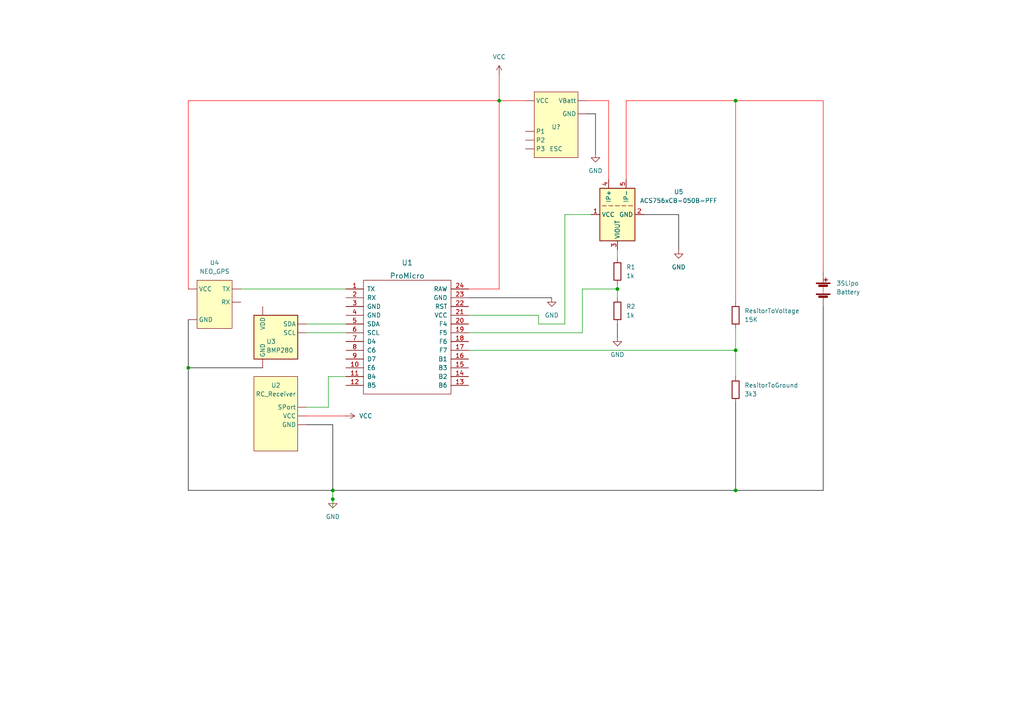
<source format=kicad_sch>
(kicad_sch (version 20211123) (generator eeschema)
  (paper "A4")
  (title_block (title "Example Configuration") (date "2024-02-14") (rev "1.0"))
  (lib_symbols
    (symbol "Device:Battery" (pin_numbers hide) (pin_names (offset 0) hide)
      (property "Reference" "BT" (at 2.54 2.54 0))
      (property "Value" "Battery" (at 2.54 0 0))
      (symbol "Battery_0_1"
        (rectangle (start -2.032 -1.397) (end 2.032 -1.651) (fill (type outline)))
        (rectangle (start -2.032 1.778) (end 2.032 1.524) (fill (type outline)))
        (rectangle (start -1.3208 -1.9812) (end 1.27 -2.4892) (fill (type outline)))
        (rectangle (start -1.3208 1.1938) (end 1.27 0.6858) (fill (type outline)))
        (polyline (pts (xy 0 -1.524) (xy 0 -1.27)))
        (polyline (pts (xy 0 -1.016) (xy 0 -0.762)))
        (polyline (pts (xy 0 -0.508) (xy 0 -0.254)))
        (polyline (pts (xy 0 0) (xy 0 0.254)))
        (polyline (pts (xy 0 0.508) (xy 0 0.762)))
        (polyline (pts (xy 0 1.778) (xy 0 2.54)))
        (polyline (pts (xy 0.254 2.667) (xy 1.27 2.667)) (stroke (width 0.254)))
        (polyline (pts (xy 0.762 3.175) (xy 0.762 2.159)) (stroke (width 0.254)))
      )
      (symbol "Battery_1_1"
        (pin passive line (at 0 5.08 270) (length 2.54) (name "+") (number "1"))
        (pin passive line (at 0 -5.08 90) (length 2.54) (name "-") (number "2"))
      )
    )
    (symbol "Device:R" (pin_numbers hide) (pin_names (offset 0))
      (property "Reference" "R" (at 2.032 0 90))
      (property "Value" "R" (at 0 0 90))
      (symbol "R_0_1"
        (rectangle (start -1.016 -2.54) (end 1.016 2.54) (stroke (width 0.254)))
      )
      (symbol "R_1_1"
        (pin passive line (at 0 3.81 270) (length 1.27) (name "~") (number "1"))
        (pin passive line (at 0 -3.81 90) (length 1.27) (name "~") (number "2"))
      )
    )
    (symbol "NewSymbols:ESC"
      (property "Reference" "U?" (at 0 0 0))
      (property "Value" "ESC" (at 0 -6.35 0))
      (symbol "ESC_0_1"
        (rectangle (start -6.35 10.16) (end 6.35 -8.89) (fill (type background)))
      )
      (symbol "ESC_1_1"
        (pin free line (at 8.89 3.81 180) (length 2.54) (name "GND") (number ""))
        (pin free line (at -8.89 -1.27 0) (length 2.54) (name "P1") (number ""))
        (pin free line (at -8.89 -3.81 0) (length 2.54) (name "P2") (number ""))
        (pin free line (at -8.89 -6.35 0) (length 2.54) (name "P3") (number ""))
        (pin free line (at 8.89 7.62 180) (length 2.54) (name "VBatt") (number ""))
        (pin free line (at -8.89 7.62 0) (length 2.54) (name "VCC") (number ""))
      )
    )
    (symbol "NewSymbols:NEO_GPS"
      (property "Reference" "U2" (at -1.27 3.81 0))
      (property "Value" "NEO_GPS" (at 0 1.27 0))
      (symbol "NEO_GPS_0_1"
        (rectangle (start -5.08 10.16) (end 5.08 -3.81) (fill (type background)))
      )
      (symbol "NEO_GPS_1_1"
        (pin free line (at -7.62 -1.27 0) (length 2.54) (name "GND") (number ""))
        (pin input line (at 7.62 3.81 180) (length 2.54) (name "RX") (number ""))
        (pin output line (at 7.62 7.62 180) (length 2.54) (name "TX") (number ""))
        (pin free line (at -7.62 7.62 0) (length 2.54) (name "VCC") (number ""))
      )
    )
    (symbol "NewSymbols:RC_Receiver"
      (property "Reference" "U2" (at 0 8.89 0))
      (property "Value" "RC_Receiver" (at 0 6.35 0))
      (symbol "RC_Receiver_0_1"
        (rectangle (start -6.35 11.43) (end 6.35 -10.16) (fill (type background)))
      )
      (symbol "RC_Receiver_1_1"
        (pin free line (at 8.89 -2.54 180) (length 2.54) (name "GND") (number ""))
        (pin free line (at 8.89 2.54 180) (length 2.54) (name "SPort") (number ""))
        (pin free line (at 8.89 0 180) (length 2.54) (name "VCC") (number ""))
      )
    )
    (symbol "PrMicro:ProMicro" (pin_names (offset 1.016))
      (property "Reference" "U" (at 0 24.13 0))
      (property "Value" "ProMicro" (at 0 -13.97 0))
      (symbol "ProMicro_0_1"
        (rectangle (start -12.7 21.59) (end 12.7 -11.43))
      )
      (symbol "ProMicro_1_1"
        (pin bidirectional line (at -17.78 19.05 0) (length 5.08) (name "TX") (number "1"))
        (pin bidirectional line (at -17.78 -3.81 0) (length 5.08) (name "E6") (number "10") (alternate "" input line))
        (pin bidirectional line (at -17.78 -6.35 0) (length 5.08) (name "B4") (number "11") (alternate "" input line) (alternate "" input line) (alternate "" input line))
        (pin bidirectional line (at -17.78 -8.89 0) (length 5.08) (name "B5") (number "12") (alternate "" input line))
        (pin bidirectional line (at 17.78 -8.89 180) (length 5.08) (name "B6") (number "13") (alternate "" input line))
        (pin bidirectional line (at 17.78 -6.35 180) (length 5.08) (name "B2") (number "14") (alternate "" input line))
        (pin bidirectional line (at 17.78 -3.81 180) (length 5.08) (name "B3") (number "15") (alternate "" input line))
        (pin bidirectional line (at 17.78 -1.27 180) (length 5.08) (name "B1") (number "16") (alternate "" input line))
        (pin bidirectional line (at 17.78 1.27 180) (length 5.08) (name "F7") (number "17") (alternate "" input line) (alternate "" input line) (alternate "" input line) (alternate "" input line))
        (pin bidirectional line (at 17.78 3.81 180) (length 5.08) (name "F6") (number "18") (alternate "" input line) (alternate "" input line))
        (pin bidirectional line (at 17.78 6.35 180) (length 5.08) (name "F5") (number "19") (alternate "" input line) (alternate "" input line) (alternate "" input line))
        (pin bidirectional line (at -17.78 16.51 0) (length 5.08) (name "RX") (number "2"))
        (pin bidirectional line (at 17.78 8.89 180) (length 5.08) (name "F4") (number "20") (alternate "" input line) (alternate "" input line))
        (pin power_in line (at 17.78 11.43 180) (length 5.08) (name "VCC") (number "21") (alternate "" input line) (alternate "" input line))
        (pin input line (at 17.78 13.97 180) (length 5.08) (name "RST") (number "22") (alternate "" input line) (alternate "" input line))
        (pin power_in line (at 17.78 16.51 180) (length 5.08) (name "GND") (number "23") (alternate "" input line) (alternate "" input line))
        (pin power_out line (at 17.78 19.05 180) (length 5.08) (name "RAW") (number "24") (alternate "" input line) (alternate "" input line))
        (pin power_in line (at -17.78 13.97 0) (length 5.08) (name "GND") (number "3"))
        (pin power_in line (at -17.78 11.43 0) (length 5.08) (name "GND") (number "4"))
        (pin bidirectional line (at -17.78 8.89 0) (length 5.08) (name "SDA") (number "5") (alternate "" input line) (alternate "" input line))
        (pin bidirectional line (at -17.78 6.35 0) (length 5.08) (name "SCL") (number "6") (alternate "" input line) (alternate "" input line))
        (pin bidirectional line (at -17.78 3.81 0) (length 5.08) (name "D4") (number "7") (alternate "" input line))
        (pin bidirectional line (at -17.78 1.27 0) (length 5.08) (name "C6") (number "8") (alternate "" input line))
        (pin bidirectional line (at -17.78 -1.27 0) (length 5.08) (name "D7") (number "9") (alternate "" input line))
      )
    )
    (symbol "Sensor_Current:ACS756xCB-050B-PFF"
      (property "Reference" "U" (at -7.62 6.35 0))
      (property "Value" "ACS756xCB-050B-PFF" (at 2.54 6.35 0))
      (symbol "ACS756xCB-050B-PFF_0_1"
        (rectangle (start -7.62 5.08) (end 7.62 -5.08) (stroke (width 0.254)) (fill (type background)))
        (polyline (pts (xy -2.54 -3.175) (xy -2.54 -4.445)))
        (polyline (pts (xy -2.54 -1.27) (xy -2.54 -2.54)))
        (polyline (pts (xy -2.54 0.635) (xy -2.54 -0.635)))
        (polyline (pts (xy -2.54 1.27) (xy -2.54 2.54)))
        (polyline (pts (xy -2.54 3.175) (xy -2.54 4.445)))
      )
      (symbol "ACS756xCB-050B-PFF_1_1"
        (pin power_in line (at 0 7.62 270) (length 2.54) (name "VCC") (number "1"))
        (pin power_in line (at 0 -7.62 90) (length 2.54) (name "GND") (number "2"))
        (pin output line (at 10.16 0 180) (length 2.54) (name "VIOUT") (number "3"))
        (pin passive line (at -10.16 2.54 0) (length 2.54) (name "IP+") (number "4") (alternate "" input line) (alternate "" input line))
        (pin passive line (at -10.16 -2.54 0) (length 2.54) (name "IP-") (number "5") (alternate "" input line) (alternate "" input line))
      )
    )
    (symbol "Sensor_Pressure:BMP280"
      (property "Reference" "U1" (at 0 0 0))
      (property "Value" "BMP280" (at -5.08 -2.54 0))
      (symbol "BMP280_0_1"
        (rectangle (start -6.35 -5.08) (end 6.35 7.62) (stroke (width 0.254)) (fill (type background)))
      )
      (symbol "BMP280_1_1"
        (pin power_in line (at 3.81 -7.62 90) (length 2.54) (name "GND") (number ""))
        (pin free line (at -8.89 2.54 0) (length 2.54) (name "SCL") (number ""))
        (pin free line (at -8.89 5.08 0) (length 2.54) (name "SDA") (number ""))
        (pin power_in line (at 3.81 10.16 270) (length 2.54) (name "VDD") (number ""))
      )
    )
    (symbol "power:GND" (power) (pin_names (offset 0))
      (property "Value" "GND" (at 0 -3.81 0))
      (symbol "GND_0_1"
        (polyline (pts (xy 0 0) (xy 0 -1.27) (xy 1.27 -1.27) (xy 0 -2.54) (xy -1.27 -1.27) (xy 0 -1.27)))
      )
      (symbol "GND_1_1"
        (pin power_in line (at 0 0 270) (length 0) hide (name "GND") (number "1"))
      )
    )
    (symbol "power:VCC" (power) (pin_names (offset 0))
      (property "Value" "VCC" (at 0 3.81 0))
      (symbol "VCC_0_1"
        (polyline (pts (xy -0.762 1.27) (xy 0 2.54)))
        (polyline (pts (xy 0 0) (xy 0 2.54)))
        (polyline (pts (xy 0 2.54) (xy 0.762 1.27)))
      )
      (symbol "VCC_1_1"
        (pin power_in line (at 0 0 90) (length 0) hide (name "VCC") (number "1"))
      )
    )
  )
  (junction (at 179.07 83.82))
  (junction (at 144.78 29.21))
  (junction (at 96.52 142.24))
  (junction (at 213.36 142.24))
  (junction (at 54.61 106.68))
  (junction (at 213.36 29.21))
  (junction (at 213.36 101.6))
  (junction (at 96.52 144.78))
  (wire (pts (xy 135.89 96.52) (xy 168.91 96.52)))
  (wire (pts (xy 179.07 93.98) (xy 179.07 97.79)) (stroke (width 0) (color 0 0 0 1)))
  (wire (pts (xy 96.52 123.19) (xy 96.52 142.24)) (stroke (width 0) (color 0 0 0 1)))
  (wire (pts (xy 196.85 62.23) (xy 196.85 72.39)) (stroke (width 0) (color 0 0 0 1)))
  (wire (pts (xy 170.18 29.21) (xy 176.53 29.21)) (stroke (width 0) (color 255 0 0 1)))
  (wire (pts (xy 100.33 120.65) (xy 88.9 120.65)) (stroke (width 0) (color 255 0 0 1)))
  (wire (pts (xy 76.2 106.68) (xy 54.61 106.68)) (stroke (width 0) (color 0 0 0 1)))
  (wire (pts (xy 170.18 33.02) (xy 172.72 33.02)) (stroke (width 0) (color 0 0 0 1)))
  (wire (pts (xy 179.07 83.82) (xy 168.91 83.82)))
  (wire (pts (xy 181.61 29.21) (xy 213.36 29.21)) (stroke (width 0) (color 255 0 0 1)))
  (wire (pts (xy 213.36 116.84) (xy 213.36 142.24)) (stroke (width 0) (color 0 0 0 1)))
  (wire (pts (xy 163.83 93.98) (xy 163.83 62.23)))
  (wire (pts (xy 213.36 29.21) (xy 213.36 87.63)) (stroke (width 0) (color 255 0 0 1)))
  (wire (pts (xy 54.61 92.71) (xy 54.61 106.68)) (stroke (width 0) (color 0 0 0 1)))
  (wire (pts (xy 172.72 33.02) (xy 172.72 44.45)) (stroke (width 0) (color 0 0 0 1)))
  (wire (pts (xy 156.21 91.44) (xy 156.21 93.98)))
  (wire (pts (xy 156.21 93.98) (xy 163.83 93.98)))
  (wire (pts (xy 95.25 118.11) (xy 88.9 118.11)))
  (wire (pts (xy 100.33 93.98) (xy 88.9 93.98)))
  (wire (pts (xy 54.61 29.21) (xy 54.61 83.82)) (stroke (width 0) (color 255 0 0 1)))
  (wire (pts (xy 181.61 29.21) (xy 181.61 52.07)) (stroke (width 0) (color 255 0 0 1)))
  (wire (pts (xy 179.07 83.82) (xy 179.07 86.36)))
  (wire (pts (xy 176.53 29.21) (xy 176.53 52.07)) (stroke (width 0) (color 255 0 0 1)))
  (wire (pts (xy 88.9 96.52) (xy 100.33 96.52)))
  (wire (pts (xy 144.78 29.21) (xy 144.78 83.82)) (stroke (width 0) (color 255 0 0 1)))
  (wire (pts (xy 144.78 29.21) (xy 144.78 21.59)) (stroke (width 0) (color 255 0 0 1)))
  (wire (pts (xy 135.89 91.44) (xy 156.21 91.44)))
  (wire (pts (xy 54.61 106.68) (xy 54.61 142.24)) (stroke (width 0) (color 0 0 0 1)))
  (wire (pts (xy 135.89 101.6) (xy 213.36 101.6)))
  (wire (pts (xy 144.78 83.82) (xy 135.89 83.82)) (stroke (width 0) (color 255 0 0 1)))
  (wire (pts (xy 213.36 109.22) (xy 213.36 101.6)))
  (wire (pts (xy 163.83 62.23) (xy 171.45 62.23)))
  (wire (pts (xy 95.25 118.11) (xy 95.25 109.22)))
  (wire (pts (xy 186.69 62.23) (xy 196.85 62.23)) (stroke (width 0) (color 0 0 0 1)))
  (wire (pts (xy 179.07 82.55) (xy 179.07 83.82)))
  (wire (pts (xy 95.25 109.22) (xy 100.33 109.22)))
  (wire (pts (xy 54.61 142.24) (xy 96.52 142.24)) (stroke (width 0) (color 0 0 0 1)))
  (wire (pts (xy 96.52 142.24) (xy 96.52 144.78)))
  (wire (pts (xy 238.76 29.21) (xy 238.76 78.74)) (stroke (width 0) (color 255 0 0 1)))
  (wire (pts (xy 135.89 86.36) (xy 160.02 86.36)) (stroke (width 0) (color 0 0 0 1)))
  (wire (pts (xy 168.91 83.82) (xy 168.91 96.52)))
  (wire (pts (xy 238.76 88.9) (xy 238.76 142.24)) (stroke (width 0) (color 0 0 0 1)))
  (wire (pts (xy 213.36 142.24) (xy 96.52 142.24)) (stroke (width 0) (color 0 0 0 1)))
  (wire (pts (xy 144.78 29.21) (xy 54.61 29.21)) (stroke (width 0) (color 255 0 0 1)))
  (wire (pts (xy 213.36 29.21) (xy 238.76 29.21)) (stroke (width 0) (color 255 0 0 1)))
  (wire (pts (xy 144.78 29.21) (xy 152.4 29.21)) (stroke (width 0) (color 255 0 0 1)))
  (wire (pts (xy 88.9 123.19) (xy 96.52 123.19)) (stroke (width 0) (color 0 0 0 1)))
  (wire (pts (xy 238.76 142.24) (xy 213.36 142.24)) (stroke (width 0) (color 0 0 0 1)))
  (wire (pts (xy 213.36 95.25) (xy 213.36 101.6)))
  (wire (pts (xy 69.85 83.82) (xy 100.33 83.82)))
  (wire (pts (xy 179.07 72.39) (xy 179.07 74.93)))
  (wire (pts (xy 96.52 144.78) (xy 96.52 147.32)))
  (symbol (lib_id "Sensor_Pressure:BMP280") (at 80.01 99.06 0) (mirror y) (unit 1)
    (property "Reference" "U3" (at 80.01 99.06 0) (effects (justify left)))
    (property "Value" "BMP280" (at 85.09 101.6 0) (effects (justify left)))
    (property "Footprint" "Package_LGA:Bosch_LGA-8_2x2.5mm_P0.65mm_ClockwisePinNumbering" (effects hide))
    (property "Datasheet" "https://ae-bst.resource.bosch.com/media/_tech/media/datasheets/BST-BMP280-DS001.pdf" (effects hide))
  )
  (symbol (lib_id "Device:R") (at 213.36 91.44 0) (unit 1)
    (property "Reference" "ResitorToVoltage" (at 215.9 90.1699 0) (effects (justify left)))
    (property "Value" "15K" (at 215.9 92.7099 0) (effects (justify left)))
  )
  (symbol (lib_id "power:GND") (at 160.02 86.36 0) (unit 1)
    (property "Reference" "#PWR?" (effects hide))
    (property "Value" "GND" (at 160.02 91.44 0))
  )
  (symbol (lib_id "Sensor_Current:ACS756xCB-050B-PFF") (at 179.07 62.23 90) (mirror x) (unit 1)
    (property "Reference" "U5" (at 196.85 55.6512 90))
    (property "Value" "ACS756xCB-050B-PFF" (at 196.85 58.1912 90))
    (property "Footprint" "Sensor_Current:Allegro_CB_PFF" (effects hide))
    (property "Datasheet" "http://www.allegromicro.com/~/media/Files/Datasheets/ACS756-Datasheet.ashx?la=en" (effects hide))
    (pin "4" (alternate "IP-"))
    (pin "5" (alternate "IP+"))
  )
  (symbol (lib_id "Device:R") (at 179.07 90.17 0) (unit 1)
    (property "Reference" "R2" (at 181.61 88.8999 0) (effects (justify left)))
    (property "Value" "1k" (at 181.61 91.4399 0) (effects (justify left)))
  )
  (symbol (lib_id "power:VCC") (at 144.78 21.59 0) (unit 1)
    (property "Reference" "#PWR?" (effects hide))
    (property "Value" "VCC" (at 144.78 16.51 0))
  )
  (symbol (lib_id "NewSymbols:NEO_GPS") (at 62.23 91.44 0) (unit 1)
    (property "Reference" "U4" (at 62.23 76.2 0))
    (property "Value" "NEO_GPS" (at 62.23 78.74 0))
  )
  (symbol (lib_id "Device:R") (at 179.07 78.74 0) (unit 1)
    (property "Reference" "R1" (at 181.61 77.4699 0) (effects (justify left)))
    (property "Value" "1k" (at 181.61 80.0099 0) (effects (justify left)))
  )
  (symbol (lib_id "PrMicro:ProMicro") (at 118.11 102.87 0) (unit 1)
    (property "Reference" "U1" (at 118.11 76.2 0) (effects (font (size 1.524 1.524))))
    (property "Value" "ProMicro" (at 118.11 80.01 0) (effects (font (size 1.524 1.524))))
    (pin "11" (alternate "D8"))
    (pin "17" (alternate "A0"))
    (pin "19" (alternate "A2"))
    (pin "5" (alternate "D2"))
    (pin "6" (alternate "D3"))
  )
  (symbol (lib_id "power:GND") (at 179.07 97.79 0) (unit 1)
    (property "Reference" "#PWR?" (effects hide))
    (property "Value" "GND" (at 179.07 102.87 0))
  )
  (symbol (lib_id "Device:Battery") (at 238.76 83.82 0) (unit 1)
    (property "Reference" "3SLipo" (at 242.57 82.1689 0) (effects (justify left)))
    (property "Value" "Battery" (at 242.57 84.7089 0) (effects (justify left)))
  )
  (symbol (lib_id "power:GND") (at 196.85 72.39 0) (unit 1)
    (property "Reference" "#PWR?" (effects hide))
    (property "Value" "GND" (at 196.85 77.47 0))
  )
  (symbol (lib_id "Device:R") (at 213.36 113.03 0) (unit 1)
    (property "Reference" "ResitorToGround" (at 215.9 111.7599 0) (effects (justify left)))
    (property "Value" "3k3" (at 215.9 114.2999 0) (effects (justify left)))
  )
  (symbol (lib_id "power:GND") (at 172.72 44.45 0) (unit 1)
    (property "Reference" "#PWR?" (effects hide))
    (property "Value" "GND" (at 172.72 49.53 0))
  )
  (symbol (lib_id "NewSymbols:ESC") (at 161.29 36.83 0) (unit 1)
    (property "Reference" "U?" (at 161.29 36.83 0))
    (property "Value" "ESC" (at 161.29 43.18 0))
  )
  (symbol (lib_id "NewSymbols:RC_Receiver") (at 80.01 120.65 0) (unit 1)
    (property "Reference" "U2" (at 80.01 111.76 0))
    (property "Value" "RC_Receiver" (at 80.01 114.3 0))
  )
  (symbol (lib_id "power:GND") (at 96.52 144.78 0) (unit 1)
    (property "Reference" "#PWR?" (effects hide))
    (property "Value" "GND" (at 96.52 149.86 0))
  )
  (symbol (lib_id "power:VCC") (at 100.33 120.65 270) (unit 1)
    (property "Reference" "#PWR?" (effects hide))
    (property "Value" "VCC" (at 104.14 120.6499 90) (effects (justify left)))
  )
)
</source>
